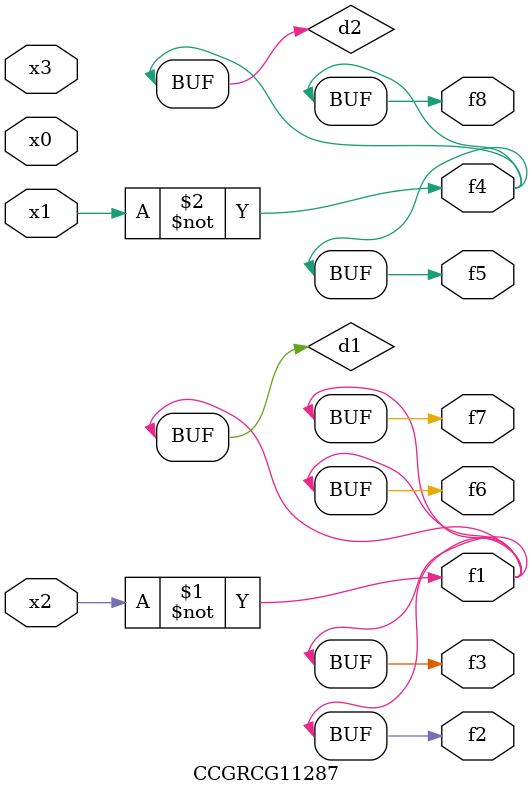
<source format=v>
module CCGRCG11287(
	input x0, x1, x2, x3,
	output f1, f2, f3, f4, f5, f6, f7, f8
);

	wire d1, d2;

	xnor (d1, x2);
	not (d2, x1);
	assign f1 = d1;
	assign f2 = d1;
	assign f3 = d1;
	assign f4 = d2;
	assign f5 = d2;
	assign f6 = d1;
	assign f7 = d1;
	assign f8 = d2;
endmodule

</source>
